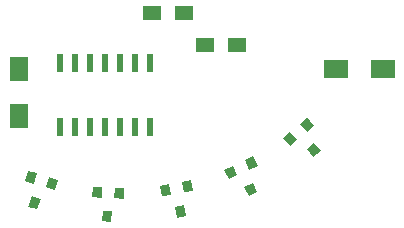
<source format=gbr>
G04 #@! TF.FileFunction,Paste,Top*
%FSLAX46Y46*%
G04 Gerber Fmt 4.6, Leading zero omitted, Abs format (unit mm)*
G04 Created by KiCad (PCBNEW 4.0.6) date 03/22/18 19:19:45*
%MOMM*%
%LPD*%
G01*
G04 APERTURE LIST*
%ADD10C,0.100000*%
%ADD11R,2.000000X1.600000*%
%ADD12R,1.600000X2.000000*%
%ADD13R,1.500000X1.300000*%
%ADD14R,0.600000X1.500000*%
G04 APERTURE END LIST*
D10*
D11*
X21800000Y-12500000D03*
X17800000Y-12500000D03*
D12*
X-9000000Y-16500000D03*
X-9000000Y-12500000D03*
D13*
X2250000Y-7750000D03*
X4950000Y-7750000D03*
X6750000Y-10500000D03*
X9450000Y-10500000D03*
D14*
X-5560000Y-17450000D03*
X-4290000Y-17450000D03*
X-3020000Y-17450000D03*
X-1750000Y-17450000D03*
X-480000Y-17450000D03*
X790000Y-17450000D03*
X2060000Y-17450000D03*
X2060000Y-12050000D03*
X790000Y-12050000D03*
X-480000Y-12050000D03*
X-1750000Y-12050000D03*
X-3020000Y-12050000D03*
X-4290000Y-12050000D03*
X-5560000Y-12050000D03*
D10*
G36*
X14789283Y-17135702D02*
X15402118Y-16621472D01*
X15980627Y-17310912D01*
X15367792Y-17825142D01*
X14789283Y-17135702D01*
X14789283Y-17135702D01*
G37*
G36*
X13333798Y-18356999D02*
X13946633Y-17842769D01*
X14525142Y-18532209D01*
X13912307Y-19046439D01*
X13333798Y-18356999D01*
X13333798Y-18356999D01*
G37*
G36*
X15347116Y-19278439D02*
X15959951Y-18764209D01*
X16538460Y-19453649D01*
X15925625Y-19967879D01*
X15347116Y-19278439D01*
X15347116Y-19278439D01*
G37*
G36*
X10085673Y-20253414D02*
X10810719Y-19915319D01*
X11191075Y-20730996D01*
X10466029Y-21069091D01*
X10085673Y-20253414D01*
X10085673Y-20253414D01*
G37*
G36*
X8363688Y-21056389D02*
X9088734Y-20718294D01*
X9469090Y-21533971D01*
X8744044Y-21872066D01*
X8363688Y-21056389D01*
X8363688Y-21056389D01*
G37*
G36*
X10069917Y-22467517D02*
X10794963Y-22129422D01*
X11175319Y-22945099D01*
X10450273Y-23283194D01*
X10069917Y-22467517D01*
X10069917Y-22467517D01*
G37*
G36*
X4789854Y-22076522D02*
X5577700Y-21937603D01*
X5733984Y-22823930D01*
X4946138Y-22962849D01*
X4789854Y-22076522D01*
X4789854Y-22076522D01*
G37*
G36*
X2918719Y-22406454D02*
X3706565Y-22267535D01*
X3862849Y-23153862D01*
X3075003Y-23292781D01*
X2918719Y-22406454D01*
X2918719Y-22406454D01*
G37*
G36*
X4201583Y-24211104D02*
X4989429Y-24072185D01*
X5145713Y-24958512D01*
X4357867Y-25097431D01*
X4201583Y-24211104D01*
X4201583Y-24211104D01*
G37*
G36*
X-874867Y-22580772D02*
X-75963Y-22622641D01*
X-123065Y-23521408D01*
X-921969Y-23479539D01*
X-874867Y-22580772D01*
X-874867Y-22580772D01*
G37*
G36*
X-2772263Y-22481333D02*
X-1973359Y-22523202D01*
X-2020461Y-23421969D01*
X-2819365Y-23380100D01*
X-2772263Y-22481333D01*
X-2772263Y-22481333D01*
G37*
G36*
X-1928237Y-24528312D02*
X-1129333Y-24570181D01*
X-1176435Y-25468948D01*
X-1975339Y-25427079D01*
X-1928237Y-24528312D01*
X-1928237Y-24528312D01*
G37*
G36*
X-6450094Y-21674162D02*
X-5685050Y-21908060D01*
X-5948184Y-22768734D01*
X-6713228Y-22534836D01*
X-6450094Y-21674162D01*
X-6450094Y-21674162D01*
G37*
G36*
X-8267073Y-21118656D02*
X-7502029Y-21352554D01*
X-7765163Y-22213228D01*
X-8530207Y-21979330D01*
X-8267073Y-21118656D01*
X-8267073Y-21118656D01*
G37*
G36*
X-7943327Y-23309019D02*
X-7178283Y-23542917D01*
X-7441417Y-24403591D01*
X-8206461Y-24169693D01*
X-7943327Y-23309019D01*
X-7943327Y-23309019D01*
G37*
M02*

</source>
